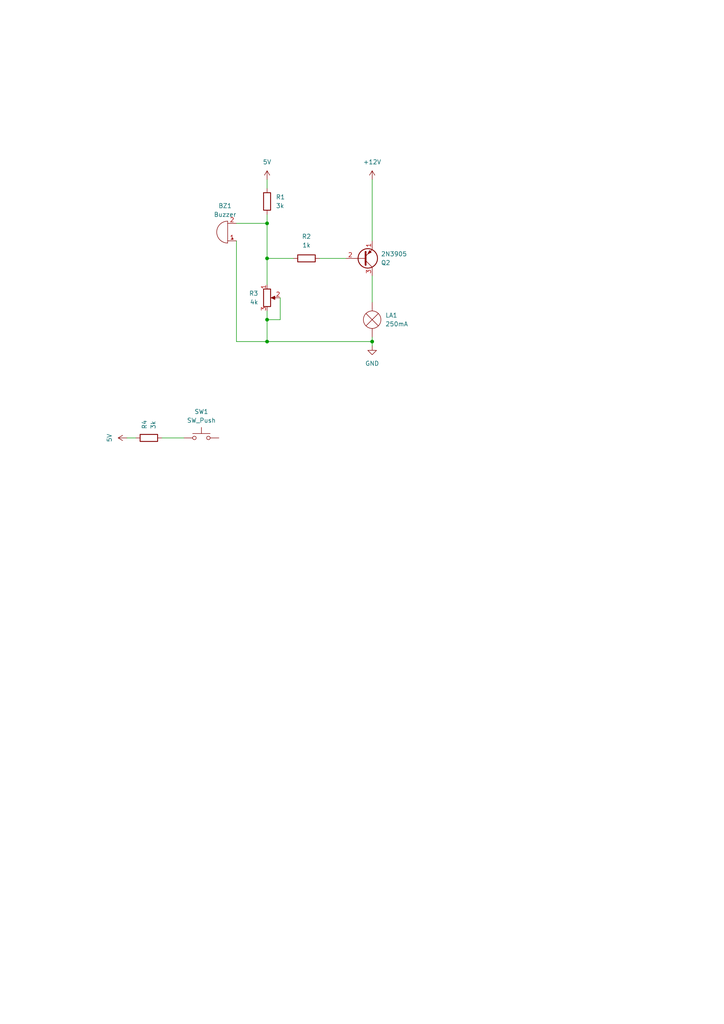
<source format=kicad_sch>
(kicad_sch (version 20250114) (generator "eeschema") (generator_version "9.0")
  (paper "A4" portrait)
  (lib_symbols
    (symbol "Device:Buzzer" (pin_names (offset 0.0254) (hide yes))
      (property "Reference" "BZ" (at 3.81 1.27 0))
      (property "Value" "Buzzer" (at 3.81 -1.27 0))
      (symbol "Buzzer_0_1"
        (polyline (pts (xy -1.651 1.905) (xy -1.143 1.905)))
        (polyline (pts (xy -1.397 2.159) (xy -1.397 1.651)))
        (arc (start 0 3.175) (mid 3.1612 0) (end 0 -3.175))
        (polyline (pts (xy 0 3.175) (xy 0 -3.175)))
      )
      (symbol "Buzzer_1_1"
        (pin passive line (at -2.54 2.54 0) (length 2.54) (name "+") (number "1"))
        (pin passive line (at -2.54 -2.54 0) (length 2.54) (name "-") (number "2"))
      )
    )
    (symbol "Device:Lamp" (pin_numbers (hide yes)) (pin_names (offset 0.0254) (hide yes))
      (property "Reference" "LA" (at 0.635 3.81 0))
      (property "Value" "Lamp" (at 0.635 -3.81 0))
      (symbol "Lamp_0_1"
        (polyline (pts (xy -1.778 1.778) (xy 1.778 -1.778)))
        (circle (center 0 0) (radius 2.54))
        (polyline (pts (xy 1.778 1.778) (xy -1.778 -1.778)))
      )
      (symbol "Lamp_1_1"
        (pin passive line (at 0 5.08 270) (length 2.54) (name "+") (number "2"))
        (pin passive line (at 0 -5.08 90) (length 2.54) (name "-") (number "1"))
      )
    )
    (symbol "Device:R" (pin_numbers (hide yes)) (pin_names (offset 0))
      (property "Reference" "R" (at 2.032 0 90))
      (property "Value" "R" (at 0 0 90))
      (symbol "R_0_1"
        (rectangle (start -1.016 -2.54) (end 1.016 2.54) (stroke (width 0.254)))
      )
      (symbol "R_1_1"
        (pin passive line (at 0 3.81 270) (length 1.27) (name "~") (number "1"))
        (pin passive line (at 0 -3.81 90) (length 1.27) (name "~") (number "2"))
      )
    )
    (symbol "Device:R_Potentiometer" (pin_names (offset 1.016) (hide yes))
      (property "Reference" "RV" (at -4.445 0 90))
      (property "Value" "R_Potentiometer" (at -2.54 0 90))
      (symbol "R_Potentiometer_0_1"
        (rectangle (start 1.016 2.54) (end -1.016 -2.54) (stroke (width 0.254)))
        (polyline (pts (xy 1.143 0) (xy 2.286 0.508) (xy 2.286 -0.508) (xy 1.143 0)) (fill (type outline)))
        (polyline (pts (xy 2.54 0) (xy 1.524 0)))
      )
      (symbol "R_Potentiometer_1_1"
        (pin passive line (at 0 3.81 270) (length 1.27) (name "1") (number "1"))
        (pin passive line (at 0 -3.81 90) (length 1.27) (name "3") (number "3"))
        (pin passive line (at 3.81 0 180) (length 1.27) (name "2") (number "2"))
      )
    )
    (symbol "Switch:SW_Push" (pin_numbers (hide yes)) (pin_names (offset 1.016) (hide yes))
      (property "Reference" "SW" (at 1.27 2.54 0))
      (property "Value" "SW_Push" (at 0 -1.524 0))
      (symbol "SW_Push_0_1"
        (circle (center -2.032 0) (radius 0.508))
        (polyline (pts (xy 0 1.27) (xy 0 3.048)))
        (circle (center 2.032 0) (radius 0.508))
        (polyline (pts (xy 2.54 1.27) (xy -2.54 1.27)))
        (pin passive line (at -5.08 0 0) (length 2.54) (name "1") (number "1"))
        (pin passive line (at 5.08 0 180) (length 2.54) (name "2") (number "2"))
      )
    )
    (symbol "Transistor_BJT:2N3905" (pin_names (offset 0) (hide yes))
      (property "Reference" "Q" (at 5.08 1.905 0))
      (property "Value" "2N3905" (at 5.08 0 0))
      (symbol "2N3905_0_1"
        (polyline (pts (xy -2.54 0) (xy 0.635 0)))
        (polyline (pts (xy 0.635 1.905) (xy 0.635 -1.905)) (stroke (width 0.508)))
        (polyline (pts (xy 0.635 0.635) (xy 2.54 2.54)))
        (polyline (pts (xy 0.635 -0.635) (xy 2.54 -2.54)))
        (circle (center 1.27 0) (radius 2.8194) (stroke (width 0.254)))
        (polyline (pts (xy 2.286 -1.778) (xy 1.778 -2.286) (xy 1.27 -1.27) (xy 2.286 -1.778)) (fill (type outline)))
      )
      (symbol "2N3905_1_1"
        (pin input line (at -5.08 0 0) (length 2.54) (name "B") (number "2"))
        (pin passive line (at 2.54 5.08 270) (length 2.54) (name "C") (number "3"))
        (pin passive line (at 2.54 -5.08 90) (length 2.54) (name "E") (number "1"))
      )
    )
    (symbol "power:+12V" (power) (pin_numbers (hide yes)) (pin_names (offset 0) (hide yes))
      (property "Value" "+12V" (at 0 3.556 0))
      (symbol "+12V_0_1"
        (polyline (pts (xy -0.762 1.27) (xy 0 2.54)))
        (polyline (pts (xy 0 2.54) (xy 0.762 1.27)))
        (polyline (pts (xy 0 0) (xy 0 2.54)))
      )
      (symbol "+12V_1_1"
        (pin power_in line (at 0 0 90) (length 0) (name "~") (number "1"))
      )
    )
    (symbol "power:+3.3V" (power) (pin_numbers (hide yes)) (pin_names (offset 0) (hide yes))
      (property "Value" "+3.3V" (at 0 3.556 0))
      (symbol "+3.3V_0_1"
        (polyline (pts (xy -0.762 1.27) (xy 0 2.54)))
        (polyline (pts (xy 0 2.54) (xy 0.762 1.27)))
        (polyline (pts (xy 0 0) (xy 0 2.54)))
      )
      (symbol "+3.3V_1_1"
        (pin power_in line (at 0 0 90) (length 0) (name "~") (number "1"))
      )
    )
    (symbol "power:GND" (power) (pin_numbers (hide yes)) (pin_names (offset 0) (hide yes))
      (property "Value" "GND" (at 0 -3.81 0))
      (symbol "GND_0_1"
        (polyline (pts (xy 0 0) (xy 0 -1.27) (xy 1.27 -1.27) (xy 0 -2.54) (xy -1.27 -1.27) (xy 0 -1.27)))
      )
      (symbol "GND_1_1"
        (pin power_in line (at 0 0 270) (length 0) (name "~") (number "1"))
      )
    )
  )
  (junction (at 77.47 99.06))
  (junction (at 77.47 64.77))
  (junction (at 77.47 74.93))
  (junction (at 107.95 99.06))
  (junction (at 77.47 92.71))
  (wire (pts (xy 68.58 99.06) (xy 77.47 99.06)))
  (wire (pts (xy 68.58 64.77) (xy 77.47 64.77)))
  (wire (pts (xy 81.28 92.71) (xy 77.47 92.71)))
  (wire (pts (xy 107.95 99.06) (xy 107.95 97.79)))
  (wire (pts (xy 77.47 74.93) (xy 85.09 74.93)))
  (wire (pts (xy 107.95 80.01) (xy 107.95 87.63)))
  (wire (pts (xy 77.47 92.71) (xy 77.47 99.06)))
  (wire (pts (xy 77.47 62.23) (xy 77.47 64.77)))
  (wire (pts (xy 77.47 52.07) (xy 77.47 54.61)))
  (wire (pts (xy 77.47 74.93) (xy 77.47 82.55)))
  (wire (pts (xy 107.95 100.33) (xy 107.95 99.06)))
  (wire (pts (xy 36.83 127) (xy 39.37 127)))
  (wire (pts (xy 81.28 86.36) (xy 81.28 92.71)))
  (wire (pts (xy 77.47 90.17) (xy 77.47 92.71)))
  (wire (pts (xy 68.58 69.85) (xy 68.58 99.06)))
  (wire (pts (xy 107.95 52.07) (xy 107.95 69.85)))
  (wire (pts (xy 46.99 127) (xy 53.34 127)))
  (wire (pts (xy 77.47 99.06) (xy 107.95 99.06)))
  (wire (pts (xy 92.71 74.93) (xy 100.33 74.93)))
  (wire (pts (xy 77.47 64.77) (xy 77.47 74.93)))
  (symbol (lib_id "Device:R") (at 43.18 127 90) (unit 1)
    (property "Reference" "R4" (at 41.9099 124.46 0) (effects (justify left)))
    (property "Value" "3k" (at 44.4499 124.46 0) (effects (justify left)))
    (property "Description" "Resistor" (effects (hide yes)))
  )
  (symbol (lib_id "Device:R") (at 88.9 74.93 270) (unit 1)
    (property "Reference" "R2" (at 88.9 68.58 90))
    (property "Value" "1k" (at 88.9 71.12 90))
    (property "Description" "Resistor" (effects (hide yes)))
  )
  (symbol (lib_id "power:+12V") (at 107.95 52.07 0) (unit 1)
    (property "Reference" "#PWR?" (effects (hide yes)))
    (property "Value" "+12V" (at 107.95 46.99 0))
    (property "Description" "Power symbol creates a global label with name \"+12V\"" (effects (hide yes)))
  )
  (symbol (lib_id "Device:R_Potentiometer") (at 77.47 86.36 0) (unit 1)
    (property "Reference" "R3" (at 74.93 85.0899 0) (effects (justify right)))
    (property "Value" "4k" (at 74.93 87.6299 0) (effects (justify right)))
    (property "Description" "Potentiometer" (effects (hide yes)))
  )
  (symbol (lib_id "Device:R") (at 77.47 58.42 0) (unit 1)
    (property "Reference" "R1" (at 80.01 57.1499 0) (effects (justify left)))
    (property "Value" "3k" (at 80.01 59.6899 0) (effects (justify left)))
    (property "Description" "Resistor" (effects (hide yes)))
  )
  (symbol (lib_id "power:+3.3V") (at 77.47 52.07 0) (unit 1)
    (property "Reference" "#PWR01" (effects (hide yes)))
    (property "Value" "5V" (at 77.47 46.99 0))
    (property "Description" "Power symbol creates a global label with name \"+3.3V\"" (effects (hide yes)))
  )
  (symbol (lib_id "power:GND") (at 107.95 100.33 0) (unit 1)
    (property "Reference" "#PWR?" (effects (hide yes)))
    (property "Value" "GND" (at 107.95 105.41 0))
    (property "Description" "Power symbol creates a global label with name \"GND\" , ground" (effects (hide yes)))
  )
  (symbol (lib_id "power:+3.3V") (at 36.83 127 90) (unit 1)
    (property "Reference" "#PWR02" (effects (hide yes)))
    (property "Value" "5V" (at 31.75 127 0))
    (property "Description" "Power symbol creates a global label with name \"+3.3V\"" (effects (hide yes)))
  )
  (symbol (lib_id "Transistor_BJT:2N3905") (at 105.41 74.93 0) (mirror x) (unit 1)
    (property "Reference" "Q2" (at 110.49 76.2001 0) (effects (justify left)))
    (property "Value" "2N3905" (at 110.49 73.6601 0) (effects (justify left)))
    (property "Footprint" "Package_TO_SOT_THT:TO-92_Inline" (effects (hide yes)))
    (property "Datasheet" "https://www.nteinc.com/specs/original/2N3905_06.pdf" (effects (hide yes)))
    (property "Description" "-0.2A Ic, -40V Vce, Small Signal PNP Transistor, TO-92" (effects (hide yes)))
  )
  (symbol (lib_id "Switch:SW_Push") (at 58.42 127 0) (unit 1)
    (property "Reference" "SW1" (at 58.42 119.38 0))
    (property "Value" "SW_Push" (at 58.42 121.92 0))
    (property "Description" "Push button switch, generic, two pins" (effects (hide yes)))
  )
  (symbol (lib_id "Device:Buzzer") (at 66.04 67.31 180) (unit 1)
    (property "Reference" "BZ1" (at 65.2849 59.69 0))
    (property "Value" "Buzzer" (at 65.2849 62.23 0))
    (property "Description" "Buzzer, polarized" (effects (hide yes)))
  )
  (symbol (lib_id "Device:Lamp") (at 107.95 92.71 0) (unit 1)
    (property "Reference" "LA1" (at 111.76 91.4399 0) (effects (justify left)))
    (property "Value" "250mA" (at 111.76 93.9799 0) (effects (justify left)))
    (property "Description" "Lamp" (effects (hide yes)))
  )
)
</source>
